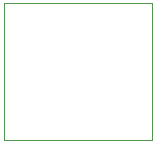
<source format=gbr>
%TF.GenerationSoftware,KiCad,Pcbnew,5.1.10-88a1d61d58~88~ubuntu20.04.1*%
%TF.CreationDate,2021-05-09T11:48:46+02:00*%
%TF.ProjectId,poti_hack,706f7469-5f68-4616-936b-2e6b69636164,rev?*%
%TF.SameCoordinates,Original*%
%TF.FileFunction,Profile,NP*%
%FSLAX46Y46*%
G04 Gerber Fmt 4.6, Leading zero omitted, Abs format (unit mm)*
G04 Created by KiCad (PCBNEW 5.1.10-88a1d61d58~88~ubuntu20.04.1) date 2021-05-09 11:48:46*
%MOMM*%
%LPD*%
G01*
G04 APERTURE LIST*
%TA.AperFunction,Profile*%
%ADD10C,0.050000*%
%TD*%
G04 APERTURE END LIST*
D10*
X143400000Y-141600000D02*
X143400000Y-130000000D01*
X155900000Y-141600000D02*
X143400000Y-141600000D01*
X155900000Y-130000000D02*
X155900000Y-141600000D01*
X143400000Y-130000000D02*
X155900000Y-130000000D01*
M02*

</source>
